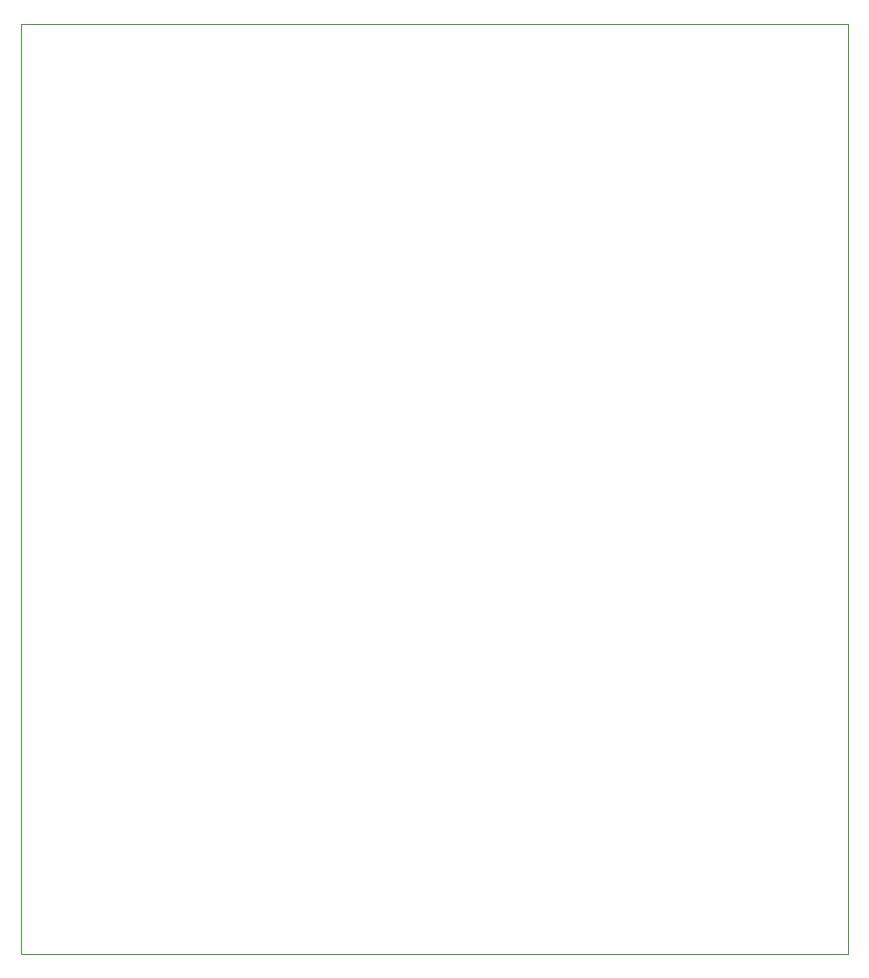
<source format=gbr>
%TF.GenerationSoftware,KiCad,Pcbnew,6.0.8-f2edbf62ab~116~ubuntu20.04.1*%
%TF.CreationDate,2022-10-24T22:15:30-06:00*%
%TF.ProjectId,seedsigner-esp32-dev-board,73656564-7369-4676-9e65-722d65737033,rev?*%
%TF.SameCoordinates,Original*%
%TF.FileFunction,Profile,NP*%
%FSLAX46Y46*%
G04 Gerber Fmt 4.6, Leading zero omitted, Abs format (unit mm)*
G04 Created by KiCad (PCBNEW 6.0.8-f2edbf62ab~116~ubuntu20.04.1) date 2022-10-24 22:15:30*
%MOMM*%
%LPD*%
G01*
G04 APERTURE LIST*
%TA.AperFunction,Profile*%
%ADD10C,0.100000*%
%TD*%
G04 APERTURE END LIST*
D10*
X0Y0D02*
X70000000Y0D01*
X70000000Y78740000D02*
X0Y78740000D01*
X0Y78740000D02*
X0Y0D01*
X70000000Y0D02*
X70000000Y78740000D01*
M02*

</source>
